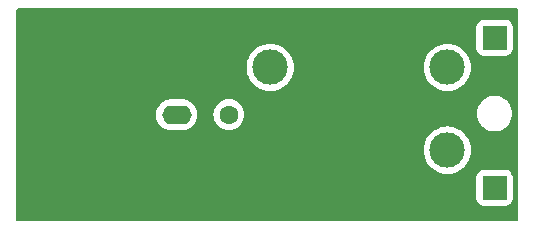
<source format=gtl>
%TF.GenerationSoftware,KiCad,Pcbnew,8.0.8*%
%TF.CreationDate,2025-01-20T02:54:04+01:00*%
%TF.ProjectId,EFHW unun,45464857-2075-46e7-956e-2e6b69636164,rev?*%
%TF.SameCoordinates,Original*%
%TF.FileFunction,Copper,L1,Top*%
%TF.FilePolarity,Positive*%
%FSLAX46Y46*%
G04 Gerber Fmt 4.6, Leading zero omitted, Abs format (unit mm)*
G04 Created by KiCad (PCBNEW 8.0.8) date 2025-01-20 02:54:04*
%MOMM*%
%LPD*%
G01*
G04 APERTURE LIST*
G04 Aperture macros list*
%AMRoundRect*
0 Rectangle with rounded corners*
0 $1 Rounding radius*
0 $2 $3 $4 $5 $6 $7 $8 $9 X,Y pos of 4 corners*
0 Add a 4 corners polygon primitive as box body*
4,1,4,$2,$3,$4,$5,$6,$7,$8,$9,$2,$3,0*
0 Add four circle primitives for the rounded corners*
1,1,$1+$1,$2,$3*
1,1,$1+$1,$4,$5*
1,1,$1+$1,$6,$7*
1,1,$1+$1,$8,$9*
0 Add four rect primitives between the rounded corners*
20,1,$1+$1,$2,$3,$4,$5,0*
20,1,$1+$1,$4,$5,$6,$7,0*
20,1,$1+$1,$6,$7,$8,$9,0*
20,1,$1+$1,$8,$9,$2,$3,0*%
G04 Aperture macros list end*
%TA.AperFunction,ComponentPad*%
%ADD10C,3.000000*%
%TD*%
%TA.AperFunction,ComponentPad*%
%ADD11C,1.600000*%
%TD*%
%TA.AperFunction,ComponentPad*%
%ADD12RoundRect,0.250001X-0.799999X-0.799999X0.799999X-0.799999X0.799999X0.799999X-0.799999X0.799999X0*%
%TD*%
%TA.AperFunction,ComponentPad*%
%ADD13O,2.500000X1.600000*%
%TD*%
%TA.AperFunction,ComponentPad*%
%ADD14O,7.000000X3.500000*%
%TD*%
%TA.AperFunction,ViaPad*%
%ADD15C,0.600000*%
%TD*%
%ADD16C,0.300000*%
%ADD17C,0.350000*%
G04 APERTURE END LIST*
D10*
%TO.P,FT50-43,1*%
%TO.N,GND*%
X155000000Y-95000000D03*
%TO.P,FT50-43,2*%
%TO.N,Net-(ANT1-Pin_1)*%
X170000000Y-95000000D03*
%TO.P,FT50-43,3*%
%TO.N,Net-(BNC1-In)*%
X155000000Y-88000000D03*
%TO.P,FT50-43,4*%
%TO.N,Net-(ANT2-Pin_1)*%
X170000000Y-88000000D03*
%TD*%
D11*
%TO.P,C1,1*%
%TO.N,Net-(BNC1-In)*%
X151500000Y-92000000D03*
%TO.P,C1,2*%
%TO.N,GND*%
X151500000Y-97000000D03*
%TD*%
D12*
%TO.P,EF,1,Pin_1*%
%TO.N,Net-(ANT1-Pin_1)*%
X174000000Y-98200000D03*
%TD*%
%TO.P,DP,1,Pin_1*%
%TO.N,Net-(ANT2-Pin_1)*%
X174000000Y-85500000D03*
%TD*%
D13*
%TO.P,BNC,1,In*%
%TO.N,Net-(BNC1-In)*%
X147080000Y-92000000D03*
D14*
%TO.P,BNC,2,Ext*%
%TO.N,GND*%
X142000000Y-97080000D03*
D13*
X147080000Y-94540000D03*
D14*
X142000000Y-86920000D03*
%TD*%
D15*
%TO.N,GND*%
X175000000Y-83500000D03*
X154000000Y-92250000D03*
X161000000Y-83500000D03*
X171000000Y-83500000D03*
X172000000Y-86750000D03*
X173500000Y-93750000D03*
X167000000Y-100500000D03*
X175500000Y-96250000D03*
X175250000Y-87750000D03*
X151000000Y-100500000D03*
X141000000Y-100500000D03*
X161000000Y-100500000D03*
X134000000Y-95000000D03*
X137000000Y-100500000D03*
X165000000Y-100500000D03*
X171000000Y-100500000D03*
X145000000Y-100500000D03*
X134000000Y-89000000D03*
X134000000Y-87000000D03*
X135000000Y-100500000D03*
X172000000Y-93250000D03*
X148500000Y-90250000D03*
X139000000Y-100500000D03*
X157000000Y-83500000D03*
X152250000Y-93750000D03*
X174750000Y-94750000D03*
X157000000Y-100500000D03*
X137000000Y-83500000D03*
X165000000Y-83500000D03*
X134000000Y-85000000D03*
X163000000Y-83500000D03*
X173000000Y-100500000D03*
X153000000Y-100500000D03*
X134000000Y-91000000D03*
X171750000Y-97000000D03*
X159000000Y-100500000D03*
X150750000Y-90000000D03*
X145000000Y-83500000D03*
X155000000Y-83500000D03*
X153000000Y-83500000D03*
X163000000Y-100500000D03*
X149500000Y-94000000D03*
X173250000Y-89500000D03*
X155000000Y-100500000D03*
X139000000Y-83500000D03*
X155500000Y-90750000D03*
X147000000Y-83500000D03*
X143000000Y-100500000D03*
X141000000Y-83500000D03*
X134000000Y-93000000D03*
X152250000Y-88500000D03*
X169000000Y-100500000D03*
X169000000Y-83500000D03*
X134000000Y-99000000D03*
X149000000Y-83500000D03*
X134000000Y-97000000D03*
X135000000Y-83500000D03*
X174500000Y-89000000D03*
X172000000Y-89500000D03*
X143000000Y-83500000D03*
X167000000Y-83500000D03*
X175000000Y-100500000D03*
X151000000Y-83500000D03*
X149000000Y-100500000D03*
X173000000Y-83500000D03*
X147000000Y-100500000D03*
X159000000Y-83500000D03*
%TD*%
%TA.AperFunction,Conductor*%
%TO.N,GND*%
G36*
X175942539Y-83020185D02*
G01*
X175988294Y-83072989D01*
X175999500Y-83124500D01*
X175999500Y-100875500D01*
X175979815Y-100942539D01*
X175927011Y-100988294D01*
X175875500Y-100999500D01*
X133624500Y-100999500D01*
X133557461Y-100979815D01*
X133511706Y-100927011D01*
X133500500Y-100875500D01*
X133500500Y-97349984D01*
X172449500Y-97349984D01*
X172449500Y-99050015D01*
X172460000Y-99152795D01*
X172460001Y-99152796D01*
X172515186Y-99319335D01*
X172515187Y-99319337D01*
X172607286Y-99468651D01*
X172607289Y-99468655D01*
X172731344Y-99592710D01*
X172731348Y-99592713D01*
X172880662Y-99684812D01*
X172880664Y-99684813D01*
X172880666Y-99684814D01*
X173047203Y-99739999D01*
X173149992Y-99750500D01*
X173149997Y-99750500D01*
X174850003Y-99750500D01*
X174850008Y-99750500D01*
X174952797Y-99739999D01*
X175119334Y-99684814D01*
X175268655Y-99592711D01*
X175392711Y-99468655D01*
X175484814Y-99319334D01*
X175539999Y-99152797D01*
X175550500Y-99050008D01*
X175550500Y-97349992D01*
X175539999Y-97247203D01*
X175484814Y-97080666D01*
X175425926Y-96985195D01*
X175392713Y-96931348D01*
X175392710Y-96931344D01*
X175268655Y-96807289D01*
X175268651Y-96807286D01*
X175119337Y-96715187D01*
X175119335Y-96715186D01*
X175034950Y-96687224D01*
X174952797Y-96660001D01*
X174952795Y-96660000D01*
X174850015Y-96649500D01*
X174850008Y-96649500D01*
X173149992Y-96649500D01*
X173149984Y-96649500D01*
X173047204Y-96660000D01*
X173047203Y-96660001D01*
X172880664Y-96715186D01*
X172880662Y-96715187D01*
X172731348Y-96807286D01*
X172731344Y-96807289D01*
X172607289Y-96931344D01*
X172607286Y-96931348D01*
X172515187Y-97080662D01*
X172515186Y-97080664D01*
X172460001Y-97247203D01*
X172460000Y-97247204D01*
X172449500Y-97349984D01*
X133500500Y-97349984D01*
X133500500Y-94999998D01*
X167994390Y-94999998D01*
X167994390Y-95000001D01*
X168014804Y-95285433D01*
X168075628Y-95565037D01*
X168175635Y-95833166D01*
X168312770Y-96084309D01*
X168312775Y-96084317D01*
X168484254Y-96313387D01*
X168484270Y-96313405D01*
X168686594Y-96515729D01*
X168686612Y-96515745D01*
X168915682Y-96687224D01*
X168915690Y-96687229D01*
X169166833Y-96824364D01*
X169166832Y-96824364D01*
X169166836Y-96824365D01*
X169166839Y-96824367D01*
X169434954Y-96924369D01*
X169434960Y-96924370D01*
X169434962Y-96924371D01*
X169714566Y-96985195D01*
X169714568Y-96985195D01*
X169714572Y-96985196D01*
X169968220Y-97003337D01*
X169999999Y-97005610D01*
X170000000Y-97005610D01*
X170000001Y-97005610D01*
X170028595Y-97003564D01*
X170285428Y-96985196D01*
X170532983Y-96931344D01*
X170565037Y-96924371D01*
X170565037Y-96924370D01*
X170565046Y-96924369D01*
X170833161Y-96824367D01*
X171084315Y-96687226D01*
X171313395Y-96515739D01*
X171515739Y-96313395D01*
X171687226Y-96084315D01*
X171824367Y-95833161D01*
X171924369Y-95565046D01*
X171985196Y-95285428D01*
X172005610Y-95000000D01*
X171985196Y-94714572D01*
X171924369Y-94434954D01*
X171824367Y-94166839D01*
X171687226Y-93915685D01*
X171687224Y-93915682D01*
X171515745Y-93686612D01*
X171515729Y-93686594D01*
X171313405Y-93484270D01*
X171313387Y-93484254D01*
X171084317Y-93312775D01*
X171084309Y-93312770D01*
X170833166Y-93175635D01*
X170833167Y-93175635D01*
X170663316Y-93112284D01*
X170565046Y-93075631D01*
X170565043Y-93075630D01*
X170565037Y-93075628D01*
X170285433Y-93014804D01*
X170000001Y-92994390D01*
X169999999Y-92994390D01*
X169714566Y-93014804D01*
X169434962Y-93075628D01*
X169166833Y-93175635D01*
X168915690Y-93312770D01*
X168915682Y-93312775D01*
X168686612Y-93484254D01*
X168686594Y-93484270D01*
X168484270Y-93686594D01*
X168484254Y-93686612D01*
X168312775Y-93915682D01*
X168312770Y-93915690D01*
X168175635Y-94166833D01*
X168075628Y-94434962D01*
X168014804Y-94714566D01*
X167994390Y-94999998D01*
X133500500Y-94999998D01*
X133500500Y-91897648D01*
X145329500Y-91897648D01*
X145329500Y-92102351D01*
X145361522Y-92304534D01*
X145424781Y-92499223D01*
X145517715Y-92681613D01*
X145638028Y-92847213D01*
X145782786Y-92991971D01*
X145937749Y-93104556D01*
X145948390Y-93112287D01*
X146042964Y-93160475D01*
X146130776Y-93205218D01*
X146130778Y-93205218D01*
X146130781Y-93205220D01*
X146197007Y-93226738D01*
X146325465Y-93268477D01*
X146390831Y-93278830D01*
X146527648Y-93300500D01*
X146527649Y-93300500D01*
X147632351Y-93300500D01*
X147632352Y-93300500D01*
X147834534Y-93268477D01*
X148029219Y-93205220D01*
X148211610Y-93112287D01*
X148355511Y-93007738D01*
X148377213Y-92991971D01*
X148377215Y-92991968D01*
X148377219Y-92991966D01*
X148521966Y-92847219D01*
X148521968Y-92847215D01*
X148521971Y-92847213D01*
X148574732Y-92774590D01*
X148642287Y-92681610D01*
X148735220Y-92499219D01*
X148798477Y-92304534D01*
X148830500Y-92102352D01*
X148830500Y-91999998D01*
X150194532Y-91999998D01*
X150194532Y-92000001D01*
X150214364Y-92226686D01*
X150214366Y-92226697D01*
X150273258Y-92446488D01*
X150273261Y-92446497D01*
X150369431Y-92652732D01*
X150369432Y-92652734D01*
X150499954Y-92839141D01*
X150660858Y-93000045D01*
X150660861Y-93000047D01*
X150847266Y-93130568D01*
X151053504Y-93226739D01*
X151273308Y-93285635D01*
X151435230Y-93299801D01*
X151499998Y-93305468D01*
X151500000Y-93305468D01*
X151500002Y-93305468D01*
X151556784Y-93300500D01*
X151726692Y-93285635D01*
X151946496Y-93226739D01*
X152152734Y-93130568D01*
X152339139Y-93000047D01*
X152500047Y-92839139D01*
X152630568Y-92652734D01*
X152726739Y-92446496D01*
X152785635Y-92226692D01*
X152805468Y-92000000D01*
X152796719Y-91899994D01*
X172494357Y-91899994D01*
X172494357Y-91900005D01*
X172514890Y-92147812D01*
X172514892Y-92147824D01*
X172575936Y-92388881D01*
X172675826Y-92616606D01*
X172811833Y-92824782D01*
X172832482Y-92847213D01*
X172980256Y-93007738D01*
X173176491Y-93160474D01*
X173395190Y-93278828D01*
X173630386Y-93359571D01*
X173875665Y-93400500D01*
X174124335Y-93400500D01*
X174369614Y-93359571D01*
X174604810Y-93278828D01*
X174823509Y-93160474D01*
X175019744Y-93007738D01*
X175188164Y-92824785D01*
X175324173Y-92616607D01*
X175424063Y-92388881D01*
X175485108Y-92147821D01*
X175488876Y-92102351D01*
X175505643Y-91900005D01*
X175505643Y-91899994D01*
X175485109Y-91652187D01*
X175485107Y-91652175D01*
X175424063Y-91411118D01*
X175324173Y-91183393D01*
X175188166Y-90975217D01*
X175166557Y-90951744D01*
X175019744Y-90792262D01*
X174823509Y-90639526D01*
X174823507Y-90639525D01*
X174823506Y-90639524D01*
X174604811Y-90521172D01*
X174604802Y-90521169D01*
X174369616Y-90440429D01*
X174124335Y-90399500D01*
X173875665Y-90399500D01*
X173630383Y-90440429D01*
X173395197Y-90521169D01*
X173395188Y-90521172D01*
X173176493Y-90639524D01*
X172980257Y-90792261D01*
X172811833Y-90975217D01*
X172675826Y-91183393D01*
X172575936Y-91411118D01*
X172514892Y-91652175D01*
X172514890Y-91652187D01*
X172494357Y-91899994D01*
X152796719Y-91899994D01*
X152785635Y-91773308D01*
X152726739Y-91553504D01*
X152630568Y-91347266D01*
X152500047Y-91160861D01*
X152500045Y-91160858D01*
X152339141Y-90999954D01*
X152152734Y-90869432D01*
X152152732Y-90869431D01*
X151946497Y-90773261D01*
X151946488Y-90773258D01*
X151726697Y-90714366D01*
X151726693Y-90714365D01*
X151726692Y-90714365D01*
X151726691Y-90714364D01*
X151726686Y-90714364D01*
X151500002Y-90694532D01*
X151499998Y-90694532D01*
X151273313Y-90714364D01*
X151273302Y-90714366D01*
X151053511Y-90773258D01*
X151053502Y-90773261D01*
X150847267Y-90869431D01*
X150847265Y-90869432D01*
X150660858Y-90999954D01*
X150499954Y-91160858D01*
X150369432Y-91347265D01*
X150369431Y-91347267D01*
X150273261Y-91553502D01*
X150273258Y-91553511D01*
X150214366Y-91773302D01*
X150214364Y-91773313D01*
X150194532Y-91999998D01*
X148830500Y-91999998D01*
X148830500Y-91897648D01*
X148798477Y-91695466D01*
X148735220Y-91500781D01*
X148735218Y-91500778D01*
X148735218Y-91500776D01*
X148689534Y-91411118D01*
X148642287Y-91318390D01*
X148634556Y-91307749D01*
X148521971Y-91152786D01*
X148377213Y-91008028D01*
X148211613Y-90887715D01*
X148211612Y-90887714D01*
X148211610Y-90887713D01*
X148154653Y-90858691D01*
X148029223Y-90794781D01*
X147834534Y-90731522D01*
X147659995Y-90703878D01*
X147632352Y-90699500D01*
X146527648Y-90699500D01*
X146503329Y-90703351D01*
X146325465Y-90731522D01*
X146130776Y-90794781D01*
X145948386Y-90887715D01*
X145782786Y-91008028D01*
X145638028Y-91152786D01*
X145517715Y-91318386D01*
X145424781Y-91500776D01*
X145361522Y-91695465D01*
X145329500Y-91897648D01*
X133500500Y-91897648D01*
X133500500Y-87999998D01*
X152994390Y-87999998D01*
X152994390Y-88000001D01*
X153014804Y-88285433D01*
X153075628Y-88565037D01*
X153175635Y-88833166D01*
X153312770Y-89084309D01*
X153312775Y-89084317D01*
X153484254Y-89313387D01*
X153484270Y-89313405D01*
X153686594Y-89515729D01*
X153686612Y-89515745D01*
X153915682Y-89687224D01*
X153915690Y-89687229D01*
X154166833Y-89824364D01*
X154166832Y-89824364D01*
X154166836Y-89824365D01*
X154166839Y-89824367D01*
X154434954Y-89924369D01*
X154434960Y-89924370D01*
X154434962Y-89924371D01*
X154714566Y-89985195D01*
X154714568Y-89985195D01*
X154714572Y-89985196D01*
X154968220Y-90003337D01*
X154999999Y-90005610D01*
X155000000Y-90005610D01*
X155000001Y-90005610D01*
X155028595Y-90003564D01*
X155285428Y-89985196D01*
X155565046Y-89924369D01*
X155833161Y-89824367D01*
X156084315Y-89687226D01*
X156313395Y-89515739D01*
X156515739Y-89313395D01*
X156687226Y-89084315D01*
X156824367Y-88833161D01*
X156924369Y-88565046D01*
X156985196Y-88285428D01*
X157005610Y-88000000D01*
X157005610Y-87999998D01*
X167994390Y-87999998D01*
X167994390Y-88000001D01*
X168014804Y-88285433D01*
X168075628Y-88565037D01*
X168175635Y-88833166D01*
X168312770Y-89084309D01*
X168312775Y-89084317D01*
X168484254Y-89313387D01*
X168484270Y-89313405D01*
X168686594Y-89515729D01*
X168686612Y-89515745D01*
X168915682Y-89687224D01*
X168915690Y-89687229D01*
X169166833Y-89824364D01*
X169166832Y-89824364D01*
X169166836Y-89824365D01*
X169166839Y-89824367D01*
X169434954Y-89924369D01*
X169434960Y-89924370D01*
X169434962Y-89924371D01*
X169714566Y-89985195D01*
X169714568Y-89985195D01*
X169714572Y-89985196D01*
X169968220Y-90003337D01*
X169999999Y-90005610D01*
X170000000Y-90005610D01*
X170000001Y-90005610D01*
X170028595Y-90003564D01*
X170285428Y-89985196D01*
X170565046Y-89924369D01*
X170833161Y-89824367D01*
X171084315Y-89687226D01*
X171313395Y-89515739D01*
X171515739Y-89313395D01*
X171687226Y-89084315D01*
X171824367Y-88833161D01*
X171924369Y-88565046D01*
X171985196Y-88285428D01*
X172005610Y-88000000D01*
X171985196Y-87714572D01*
X171924369Y-87434954D01*
X171824367Y-87166839D01*
X171760840Y-87050499D01*
X171687229Y-86915690D01*
X171687224Y-86915682D01*
X171515745Y-86686612D01*
X171515729Y-86686594D01*
X171313405Y-86484270D01*
X171313387Y-86484254D01*
X171084317Y-86312775D01*
X171084309Y-86312770D01*
X170833166Y-86175635D01*
X170833167Y-86175635D01*
X170725915Y-86135632D01*
X170565046Y-86075631D01*
X170565043Y-86075630D01*
X170565037Y-86075628D01*
X170285433Y-86014804D01*
X170000001Y-85994390D01*
X169999999Y-85994390D01*
X169714566Y-86014804D01*
X169434962Y-86075628D01*
X169166833Y-86175635D01*
X168915690Y-86312770D01*
X168915682Y-86312775D01*
X168686612Y-86484254D01*
X168686594Y-86484270D01*
X168484270Y-86686594D01*
X168484254Y-86686612D01*
X168312775Y-86915682D01*
X168312770Y-86915690D01*
X168175635Y-87166833D01*
X168075628Y-87434962D01*
X168014804Y-87714566D01*
X167994390Y-87999998D01*
X157005610Y-87999998D01*
X156985196Y-87714572D01*
X156924369Y-87434954D01*
X156824367Y-87166839D01*
X156760840Y-87050499D01*
X156687229Y-86915690D01*
X156687224Y-86915682D01*
X156515745Y-86686612D01*
X156515729Y-86686594D01*
X156313405Y-86484270D01*
X156313387Y-86484254D01*
X156084317Y-86312775D01*
X156084309Y-86312770D01*
X155833166Y-86175635D01*
X155833167Y-86175635D01*
X155725915Y-86135632D01*
X155565046Y-86075631D01*
X155565043Y-86075630D01*
X155565037Y-86075628D01*
X155285433Y-86014804D01*
X155000001Y-85994390D01*
X154999999Y-85994390D01*
X154714566Y-86014804D01*
X154434962Y-86075628D01*
X154166833Y-86175635D01*
X153915690Y-86312770D01*
X153915682Y-86312775D01*
X153686612Y-86484254D01*
X153686594Y-86484270D01*
X153484270Y-86686594D01*
X153484254Y-86686612D01*
X153312775Y-86915682D01*
X153312770Y-86915690D01*
X153175635Y-87166833D01*
X153075628Y-87434962D01*
X153014804Y-87714566D01*
X152994390Y-87999998D01*
X133500500Y-87999998D01*
X133500500Y-84649984D01*
X172449500Y-84649984D01*
X172449500Y-86350015D01*
X172460000Y-86452795D01*
X172460001Y-86452796D01*
X172515186Y-86619335D01*
X172515187Y-86619337D01*
X172607286Y-86768651D01*
X172607289Y-86768655D01*
X172731344Y-86892710D01*
X172731348Y-86892713D01*
X172880662Y-86984812D01*
X172880664Y-86984813D01*
X172880666Y-86984814D01*
X173047203Y-87039999D01*
X173149992Y-87050500D01*
X173149997Y-87050500D01*
X174850003Y-87050500D01*
X174850008Y-87050500D01*
X174952797Y-87039999D01*
X175119334Y-86984814D01*
X175268655Y-86892711D01*
X175392711Y-86768655D01*
X175484814Y-86619334D01*
X175539999Y-86452797D01*
X175550500Y-86350008D01*
X175550500Y-84649992D01*
X175539999Y-84547203D01*
X175484814Y-84380666D01*
X175392711Y-84231345D01*
X175268655Y-84107289D01*
X175268651Y-84107286D01*
X175119337Y-84015187D01*
X175119335Y-84015186D01*
X175036065Y-83987593D01*
X174952797Y-83960001D01*
X174952795Y-83960000D01*
X174850015Y-83949500D01*
X174850008Y-83949500D01*
X173149992Y-83949500D01*
X173149984Y-83949500D01*
X173047204Y-83960000D01*
X173047203Y-83960001D01*
X172880664Y-84015186D01*
X172880662Y-84015187D01*
X172731348Y-84107286D01*
X172731344Y-84107289D01*
X172607289Y-84231344D01*
X172607286Y-84231348D01*
X172515187Y-84380662D01*
X172515186Y-84380664D01*
X172460001Y-84547203D01*
X172460000Y-84547204D01*
X172449500Y-84649984D01*
X133500500Y-84649984D01*
X133500500Y-83124500D01*
X133520185Y-83057461D01*
X133572989Y-83011706D01*
X133624500Y-83000500D01*
X175875500Y-83000500D01*
X175942539Y-83020185D01*
G37*
%TD.AperFunction*%
%TD*%
D16*
X175000000Y-83500000D03*
X154000000Y-92250000D03*
X161000000Y-83500000D03*
X171000000Y-83500000D03*
X172000000Y-86750000D03*
X173500000Y-93750000D03*
X167000000Y-100500000D03*
X175500000Y-96250000D03*
X175250000Y-87750000D03*
X151000000Y-100500000D03*
X141000000Y-100500000D03*
X161000000Y-100500000D03*
X134000000Y-95000000D03*
X137000000Y-100500000D03*
X165000000Y-100500000D03*
X171000000Y-100500000D03*
X145000000Y-100500000D03*
X134000000Y-89000000D03*
X134000000Y-87000000D03*
X135000000Y-100500000D03*
X172000000Y-93250000D03*
X148500000Y-90250000D03*
X139000000Y-100500000D03*
X157000000Y-83500000D03*
X152250000Y-93750000D03*
X174750000Y-94750000D03*
X157000000Y-100500000D03*
X137000000Y-83500000D03*
X165000000Y-83500000D03*
X134000000Y-85000000D03*
X163000000Y-83500000D03*
X173000000Y-100500000D03*
X153000000Y-100500000D03*
X134000000Y-91000000D03*
X171750000Y-97000000D03*
X159000000Y-100500000D03*
X150750000Y-90000000D03*
X145000000Y-83500000D03*
X155000000Y-83500000D03*
X153000000Y-83500000D03*
X163000000Y-100500000D03*
X149500000Y-94000000D03*
X173250000Y-89500000D03*
X155000000Y-100500000D03*
X139000000Y-83500000D03*
X155500000Y-90750000D03*
X147000000Y-83500000D03*
X143000000Y-100500000D03*
X141000000Y-83500000D03*
X134000000Y-93000000D03*
X152250000Y-88500000D03*
X169000000Y-100500000D03*
X169000000Y-83500000D03*
X134000000Y-99000000D03*
X149000000Y-83500000D03*
X134000000Y-97000000D03*
X135000000Y-83500000D03*
X174500000Y-89000000D03*
X172000000Y-89500000D03*
X143000000Y-83500000D03*
X167000000Y-83500000D03*
X175000000Y-100500000D03*
X151000000Y-83500000D03*
X149000000Y-100500000D03*
X173000000Y-83500000D03*
X147000000Y-100500000D03*
X159000000Y-83500000D03*
D17*
X155000000Y-95000000D03*
X170000000Y-95000000D03*
X155000000Y-88000000D03*
X170000000Y-88000000D03*
X151500000Y-92000000D03*
X151500000Y-97000000D03*
X174000000Y-98200000D03*
X174000000Y-85500000D03*
X147080000Y-92000000D03*
X142000000Y-97080000D03*
X147080000Y-94540000D03*
X142000000Y-86920000D03*
M02*

</source>
